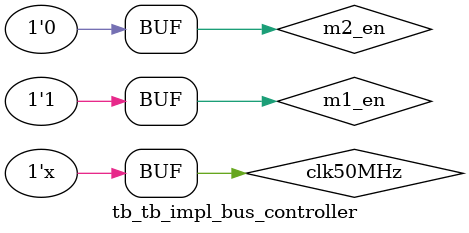
<source format=v>
`timescale 1ns / 1ps

module tb_tb_impl_bus_controller();

reg clk50MHz;
reg sw_0;
reg sw_1;
reg m1_en;
reg m2_en;

wire [7:0] debug_out;

tb_impl_bus_controller bus_test(.clk50MHz(clk50MHz),
                       .master1_en(m1_en),
                       .master2_en(m2_en),
                       .sw_1(sw_1),
                       .sw_0(sw_0),
                       .debug_out(debug_out));

initial begin
    clk50MHz <= 0;
    m1_en <= 1;
    m2_en <= 1;
    #400
    m2_en <= 0;
end

always begin
    #10 clk50MHz = ~clk50MHz;
end
                 
endmodule

</source>
